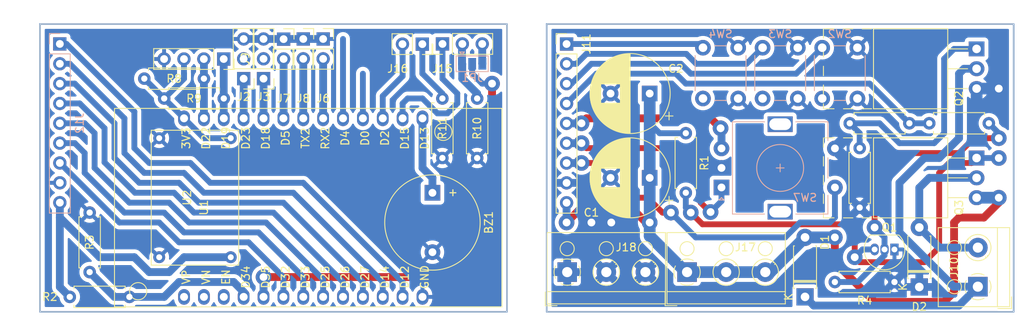
<source format=kicad_pcb>
(kicad_pcb (version 20221018) (generator pcbnew)
  (title_block (title "G4 Controller Board") (rev "1.0"))
  (layers (0 "F.Cu" signal) (31 "B.Cu" signal) (34 "B.Paste" user) (35 "F.Paste" user) (36 "B.SilkS" user "B.Silkscreen") (37 "F.SilkS" user "F.Silkscreen") (38 "B.Mask" user) (39 "F.Mask" user) (44 "Edge.Cuts" user))
  (net 0 "")
  (net 1 "/Buzzer")
  (net 2 "GND")
  (net 3 "/SOLENOID_A")
  (net 4 "/Preset A")
  (net 5 "/Preset B")
  (net 6 "/Preset C")
  (net 7 "/RevTrg")
  (net 8 "/FireTrg")
  (net 9 "/MagTrg")
  (net 10 "/Encoder Switch")
  (net 11 "/Encoder B")
  (net 12 "/Encoder A")
  (net 13 "/SDA{slash}SDI (Data)")
  (net 14 "/SCL{slash}SCK (Clock)")
  (net 15 "+3V3")
  (net 16 "/ESC Right")
  (net 17 "/ESC Left")
  (net 18 "/IR Emitter")
  (net 19 "+12V")
  (net 20 "/SOLENOID_B")
  (net 21 "/IR Reciever")
  (net 22 "/IR Rec. Supply")
  (net 23 "/Battery Reader")
  (net 24 "/High Side Driver")
  (net 25 "/Low Side Driver")
  (net 28 "Net-(Q1-D)")
  (net 32 "/Pusher Pin")
  (net 33 "Net-(J15-Pin_2)")
  (net 34 "Net-(J15-Pin_3)")
  (net 35 "Net-(J16-Pin_1)")
  (net 36 "/SolenoidTrig B")
  (net 37 "/SolenoidTrig A")
  (footprint "Resistor_THT:R_Axial_DIN0207_L6.3mm_D2.5mm_P7.62mm_Horizontal" (layer "F.Cu") (at 67.31 106.045 180)
    (fp_text reference "R2" (at 10.16 0) (layer "F.SilkS"))
    (fp_text value "150k Ohm")
    (pad "1" thru_hole circle (at 0 0 180) (size 1.6 1.6) (drill 0.8) (layers "*.Cu" "*.Mask") (net 23 "/Battery Reader"))
    (pad "2" thru_hole oval (at 7.62 0 180) (size 1.6 1.6) (drill 0.8) (layers "*.Cu" "*.Mask") (net 19 "+12V"))
  )
  (footprint "Capacitor_THT:CP_Radial_D10.0mm_P5.00mm" (layer "F.Cu") (at 133.812677 90.805 180)
    (fp_text reference "C1" (at 7.447677 -4.445) (layer "F.SilkS"))
    (fp_text value "470uF")
    (pad "1" thru_hole rect (at 0 0 180) (size 2 2) (drill 1) (layers "*.Cu" "*.Mask") (net 19 "+12V"))
    (pad "2" thru_hole circle (at 5 0 180) (size 2 2) (drill 1) (layers "*.Cu" "*.Mask") (net 2 "GND"))
  )
  (footprint "Package_TO_SOT_THT:TO-220-3_Horizontal_TabUp" (layer "F.Cu") (at 175.6 74.295 -90)
    (fp_text reference "Q2" (at 6.35 2.245 90) (layer "F.SilkS"))
    (fp_text value "Q_NMOS_GDS")
    (pad "1" thru_hole rect (at 0 0 270) (size 1.905 2) (drill 1.1) (layers "*.Cu" "*.Mask") (net 25 "/Low Side Driver"))
    (pad "2" thru_hole oval (at 2.54 0 270) (size 1.905 2) (drill 1.1) (layers "*.Cu" "*.Mask") (net 3 "/SOLENOID_A"))
    (pad "3" thru_hole oval (at 5.08 0 270) (size 1.905 2) (drill 1.1) (layers "*.Cu" "*.Mask") (net 2 "GND") (thermal_bridge_width 1.5))
  )
  (footprint "Package_TO_SOT_THT:TO-220-3_Horizontal_TabUp" (layer "F.Cu") (at 175.6 88.265 -90)
    (fp_text reference "Q3" (at 6.35 2.245 90) (layer "F.SilkS"))
    (fp_text value "Q_PMOS_GDS")
    (pad "1" thru_hole rect (at 0 0 270) (size 1.905 2) (drill 1.1) (layers "*.Cu" "*.Mask") (net 28 "Net-(Q1-D)"))
    (pad "2" thru_hole oval (at 2.54 0 270) (size 1.905 2) (drill 1.1) (layers "*.Cu" "*.Mask") (net 20 "/SOLENOID_B"))
    (pad "3" thru_hole oval (at 5.08 0 270) (size 1.905 2) (drill 1.1) (layers "*.Cu" "*.Mask") (net 19 "+12V"))
  )
  (footprint "Resistor_THT:R_Axial_DIN0207_L6.3mm_D2.5mm_P7.62mm_Horizontal" (layer "F.Cu") (at 177.165 83.82 180)
    (fp_text reference "R5" hide)
    (fp_text value "100R")
    (pad "1" thru_hole circle (at 0 0 180) (size 1.6 1.6) (drill 0.8) (layers "*.Cu" "*.Mask") (net 24 "/High Side Driver"))
    (pad "2" thru_hole oval (at 7.62 0 180) (size 1.6 1.6) (drill 0.8) (layers "*.Cu" "*.Mask") (net 32 "/Pusher Pin"))
  )
  (footprint "My_Library:Mini360" (layer "F.Cu") (at 75.692 93.345 90)
    (fp_text reference "U2" (at 0 -1.008 90 unlocked) (layer "F.SilkS"))
    (fp_text value "Mini360")
    (pad "1" thru_hole circle (at -7.62 -4.572 90) (size 1.524 1.524) (drill 0.762) (layers "*.Cu" "*.Mask") (net 2 "GND"))
    (pad "2" thru_hole circle (at -7.62 4.572 90) (size 1.524 1.524) (drill 0.762) (layers "*.Cu" "*.Mask") (net 19 "+12V"))
    (pad "3" thru_hole circle (at 7.62 -4.572 90) (size 1.524 1.524) (drill 0.762) (layers "*.Cu" "*.Mask") (net 2 "GND"))
    (pad "4" thru_hole circle (at 7.62 4.572 90) (size 1.524 1.524) (drill 0.762) (layers "*.Cu" "*.Mask") (net 15 "+3V3"))
  )
  (footprint "Resistor_THT:R_Axial_DIN0207_L6.3mm_D2.5mm_P7.62mm_Horizontal" (layer "F.Cu") (at 107.315 88.265 90)
    (fp_text reference "R11" (at 3.81 0 90) (layer "F.SilkS"))
    (fp_text value "90 Ohm")
    (pad "1" thru_hole circle (at 0 0 90) (size 1.6 1.6) (drill 0.8) (layers "*.Cu" "*.Mask") (net 2 "GND"))
    (pad "2" thru_hole oval (at 7.62 0 90) (size 1.6 1.6) (drill 0.8) (layers "*.Cu" "*.Mask") (net 35 "Net-(J16-Pin_1)"))
  )
  (footprint "Diode_THT:D_DO-41_SOD81_P7.62mm_Horizontal" (layer "F.Cu") (at 153.67 106.045 90)
    (fp_text reference "D1" (at 6.985 2.54 90) (layer "F.SilkS"))
    (fp_text value "DIODE")
    (fp_text user "K" (at 0 -2.1 90) (layer "F.SilkS"))
    (pad "1" thru_hole rect (at 0 0 90) (size 2.2 2.2) (drill 1.1) (layers "*.Cu" "*.Mask") (net 3 "/SOLENOID_A"))
    (pad "2" thru_hole oval (at 7.62 0 90) (size 2.2 2.2) (drill 1.1) (layers "*.Cu" "*.Mask") (net 19 "+12V"))
  )
  (footprint "Resistor_THT:R_Axial_DIN0207_L6.3mm_D2.5mm_P7.62mm_Horizontal" (layer "F.Cu") (at 62.23 95.25 -90)
    (fp_text reference "R3" (at 3.81 0 90) (layer "F.SilkS"))
    (fp_text value "10k Ohm")
    (pad "1" thru_hole circle (at 0 0 270) (size 1.6 1.6) (drill 0.8) (layers "*.Cu" "*.Mask") (net 2 "GND"))
    (pad "2" thru_hole oval (at 7.62 0 270) (size 1.6 1.6) (drill 0.8) (layers "*.Cu" "*.Mask") (net 23 "/Battery Reader"))
  )
  (footprint "Resistor_THT:R_Axial_DIN0207_L6.3mm_D2.5mm_P7.62mm_Horizontal" (layer "F.Cu") (at 111.76 88.265 90)
    (fp_text reference "R10" (at 3.81 0 90) (layer "F.SilkS"))
    (fp_text value "10K Ohm")
    (pad "1" thru_hole circle (at 0 0 90) (size 1.6 1.6) (drill 0.8) (layers "*.Cu" "*.Mask") (net 2 "GND"))
    (pad "2" thru_hole oval (at 7.62 0 90) (size 1.6 1.6) (drill 0.8) (layers "*.Cu" "*.Mask") (net 33 "Net-(J15-Pin_2)"))
  )
  (footprint "Resistor_THT:R_Axial_DIN0207_L6.3mm_D2.5mm_P7.62mm_Horizontal" (layer "F.Cu") (at 160.655 94.615 90)
    (fp_text reference "R6" hide)
    (fp_text value "10KR")
    (pad "1" thru_hole circle (at 0 0 90) (size 1.6 1.6) (drill 0.8) (layers "*.Cu" "*.Mask") (net 2 "GND") (thermal_bridge_width 1))
    (pad "2" thru_hole oval (at 7.62 0 90) (size 1.6 1.6) (drill 0.8) (layers "*.Cu" "*.Mask") (net 25 "/Low Side Driver"))
  )
  (footprint "Resistor_THT:R_Axial_DIN0207_L6.3mm_D2.5mm_P7.62mm_Horizontal" (layer "F.Cu") (at 138.43 85.09 -90)
    (fp_text reference "R1" (at 3.81 -2.37 90) (layer "F.SilkS"))
    (fp_text value "10KR")
    (pad "1" thru_hole circle (at 0 0 270) (size 1.6 1.6) (drill 0.8) (layers "*.Cu" "*.Mask") (net 19 "+12V"))
    (pad "2" thru_hole oval (at 7.62 0 270) (size 1.6 1.6) (drill 0.8) (layers "*.Cu" "*.Mask") (net 28 "Net-(Q1-D)"))
  )
  (footprint "Resistor_THT:R_Axial_DIN0207_L6.3mm_D2.5mm_P7.62mm_Horizontal" (layer "F.Cu") (at 71.755 80.645)
    (fp_text reference "R9" (at 3.81 0) (layer "F.SilkS"))
    (fp_text value "2.4k Ohm")
    (pad "1" thru_hole circle (at 0 0) (size 1.6 1.6) (drill 0.8) (layers "*.Cu" "*.Mask") (net 15 "+3V3"))
    (pad "2" thru_hole oval (at 7.62 0) (size 1.6 1.6) (drill 0.8) (layers "*.Cu" "*.Mask") (net 13 "/SDA{slash}SDI (Data)"))
  )
  (footprint "TerminalBlock_RND:TerminalBlock_RND_205-00002_1x03_P5.00mm_Horizontal" (layer "F.Cu") (at 138.59 102.87)
    (fp_text reference "J17" (at 7.46 -3.175) (layer "F.SilkS"))
    (fp_text value "Positive BUS")
    (pad "1" thru_hole rect (at 0 0) (size 2.5 2.5) (drill 1.3) (layers "*.Cu" "*.Mask") (net 19 "+12V"))
    (pad "2" thru_hole circle (at 5 0) (size 2.5 2.5) (drill 1.3) (layers "*.Cu" "*.Mask") (net 19 "+12V"))
    (pad "3" thru_hole circle (at 10 0) (size 2.5 2.5) (drill 1.3) (layers "*.Cu" "*.Mask") (net 19 "+12V"))
  )
  (footprint "Connector_PinHeader_2.54mm:PinHeader_1x03_P2.54mm_Vertical" (layer "F.Cu") (at 81.915 78.105 180)
    (fp_text reference "J2" (at 0 -2.33) (layer "F.SilkS"))
    (fp_text value "ESC Right")
    (pad "1" thru_hole rect (at 0 0 180) (size 1.7 1.7) (drill 1) (layers "*.Cu" "*.Mask") (net 16 "/ESC Right"))
    (pad "2" thru_hole oval (at 0 2.54 180) (size 1.7 1.7) (drill 1) (layers "*.Cu" "*.Mask"))
    (pad "3" thru_hole oval (at 0 5.08 180) (size 1.7 1.7) (drill 1) (layers "*.Cu" "*.Mask") (net 2 "GND"))
  )
  (footprint "TerminalBlock_RND:TerminalBlock_RND_205-00001_1x02_P5.00mm_Horizontal" (layer "F.Cu") (at 175.76 104.735 90)
    (fp_text reference "J10" (at 2.5 -3.04 90) (layer "F.SilkS"))
    (fp_text value "Solenoid")
    (pad "1" thru_hole rect (at 0 0 90) (size 2.5 2.5) (drill 1.3) (layers "*.Cu" "*.Mask") (net 3 "/SOLENOID_A"))
    (pad "2" thru_hole circle (at 5 0 90) (size 2.5 2.5) (drill 1.3) (layers "*.Cu" "*.Mask") (net 20 "/SOLENOID_B"))
  )
  (footprint "Connector_PinSocket_2.54mm:PinSocket_1x02_P2.54mm_Vertical" (layer "F.Cu") (at 104.755 73.685 -90)
    (fp_text reference "J16" (at 3.15 3.155 -180) (layer "F.SilkS"))
    (fp_text value "IR LED Emitter")
    (pad "1" thru_hole rect (at 0 0 270) (size 1.7 1.7) (drill 1) (layers "*.Cu" "*.Mask") (net 35 "Net-(J16-Pin_1)"))
    (pad "2" thru_hole oval (at 0 2.54 270) (size 1.7 1.7) (drill 1) (layers "*.Cu" "*.Mask") (net 18 "/IR Emitter"))
  )
  (footprint "Connector_PinHeader_2.54mm:PinHeader_1x09_P2.54mm_Vertical" (layer "F.Cu") (at 123.19 73.67)
    (fp_text reference "J11" (at 2.54 -0.01 90) (layer "F.SilkS"))
    (fp_text value "Inter-board Jumper")
    (pad "1" thru_hole rect (at 0 0) (size 1.7 1.7) (drill 1) (layers "*.Cu" "*.Mask") (net 6 "/Preset C"))
    (pad "2" thru_hole oval (at 0 2.54) (size 1.7 1.7) (drill 1) (layers "*.Cu" "*.Mask") (net 5 "/Preset B"))
    (pad "3" thru_hole oval (at 0 5.08) (size 1.7 1.7) (drill 1) (layers "*.Cu" "*.Mask") (net 4 "/Preset A"))
    (pad "4" thru_hole oval (at 0 7.62) (size 1.7 1.7) (drill 1) (layers "*.Cu" "*.Mask") (net 32 "/Pusher Pin"))
    (pad "5" thru_hole oval (at 0 10.16) (size 1.7 1.7) (drill 1) (layers "*.Cu" "*.Mask") (net 11 "/Encoder B"))
    (pad "6" thru_hole oval (at 0 12.7) (size 1.7 1.7) (drill 1) (layers "*.Cu" "*.Mask") (net 12 "/Encoder A"))
    (pad "7" thru_hole oval (at 0 15.24) (size 1.7 1.7) (drill 1) (layers "*.Cu" "*.Mask") (net 10 "/Encoder Switch"))
    (pad "8" thru_hole oval (at 0 17.78) (size 1.7 1.7) (drill 1) (layers "*.Cu" "*.Mask") (net 2 "GND") (thermal_bridge_width 1))
    (pad "9" thru_hole oval (at 0 20.32) (size 1.7 1.7) (drill 1) (layers "*.Cu" "*.Mask") (net 19 "+12V"))
  )
  (footprint "Package_TO_SOT_THT:TO-92_Inline" (layer "F.Cu") (at 165.1 99.97 180)
    (fp_text reference "Q1" (at 0.635 2.815) (layer "F.SilkS"))
    (fp_text value "2N7000")
    (pad "1" thru_hole rect (at 0 0 180) (size 1.05 1.5) (drill 0.75) (layers "*.Cu" "*.Mask") (net 2 "GND"))
    (pad "2" thru_hole oval (at 1.27 0 180) (size 1.05 1.5) (drill 0.75) (layers "*.Cu" "*.Mask") (net 24 "/High Side Driver"))
    (pad "3" thru_hole oval (at 2.54 0 180) (size 1.05 1.5) (drill 0.75) (layers "*.Cu" "*.Mask") (net 28 "Net-(Q1-D)"))
  )
  (footprint "Connector_PinSocket_2.54mm:PinSocket_1x02_P2.54mm_Vertical" (layer "F.Cu") (at 89.535 73.025)
    (fp_text reference "J8" (at 0 7.62) (layer "F.SilkS"))
    (fp_text value "Magazine Removal Trigger")
    (pad "1" thru_hole rect (at 0 0) (size 1.7 1.7) (drill 1) (layers "*.Cu" "*.Mask") (net 2 "GND"))
    (pad "2" thru_hole oval (at 0 2.54) (size 1.7 1.7) (drill 1) (layers "*.Cu" "*.Mask") (net 9 "/MagTrg"))
  )
  (footprint "Capacitor_THT:CP_Radial_D10.0mm_P5.00mm" (layer "F.Cu") (at 133.812677 80.01 180)
    (fp_text reference "C2" (at -3.347323 3.175) (layer "F.SilkS"))
    (fp_text value "470uF")
    (pad "1" thru_hole rect (at 0 0 180) (size 2 2) (drill 1) (layers "*.Cu" "*.Mask") (net 19 "+12V"))
    (pad "2" thru_hole circle (at 5 0 180) (size 2 2) (drill 1) (layers "*.Cu" "*.Mask") (net 2 "GND"))
  )
  (footprint "Connector_PinSocket_2.54mm:PinSocket_1x02_P2.54mm_Vertical" (layer "F.Cu") (at 92.075 73.025)
    (fp_text reference "J6" (at 0 7.62) (layer "F.SilkS"))
    (fp_text value "Rev Trigger (Optional)")
    (pad "1" thru_hole rect (at 0 0) (size 1.7 1.7) (drill 1) (layers "*.Cu" "*.Mask") (net 2 "GND"))
    (pad "2" thru_hole oval (at 0 2.54) (size 1.7 1.7) (drill 1) (layers "*.Cu" "*.Mask") (net 7 "/RevTrg"))
  )
  (footprint "TerminalBlock_RND:TerminalBlock_RND_205-00002_1x03_P5.00mm_Horizontal" (layer "F.Cu") (at 123.27 102.87)
    (fp_text reference "J18" (at 7.54 -3.175) (layer "F.SilkS"))
    (fp_text value "Negative BUS")
    (pad "1" thru_hole rect (at 0 0) (size 2.5 2.5) (drill 1.3) (layers "*.Cu" "*.Mask") (net 2 "GND") (thermal_bridge_width 1))
    (pad "2" thru_hole circle (at 5 0) (size 2.5 2.5) (drill 1.3) (layers "*.Cu" "*.Mask") (net 2 "GND") (thermal_bridge_width 1))
    (pad "3" thru_hole circle (at 10 0) (size 2.5 2.5) (drill 1.3) (layers "*.Cu" "*.Mask") (net 2 "GND") (thermal_bridge_width 1))
  )
  (footprint "Diode_THT:D_DO-41_SOD81_P7.62mm_Horizontal" (layer "F.Cu") (at 168.275 104.775 90)
    (fp_text reference "D2" (at -2.54 0 180) (layer "F.SilkS"))
    (fp_text value "DIODE")
    (fp_text user "K" (at 0 -2.1 90) (layer "F.SilkS"))
    (pad "1" thru_hole rect (at 0 0 90) (size 2.2 2.2) (drill 1.1) (layers "*.Cu" "*.Mask") (net 2 "GND") (thermal_bridge_width 1))
    (pad "2" thru_hole oval (at 7.62 0 90) (size 2.2 2.2) (drill 1.1) (layers "*.Cu" "*.Mask") (net 20 "/SOLENOID_B"))
  )
  (footprint "Resistor_THT:R_Axial_DIN0207_L6.3mm_D2.5mm_P7.62mm_Horizontal" (layer "F.Cu") (at 159.385 83.82)
    (fp_text reference "R7" hide)
    (fp_text value "100R")
    (pad "1" thru_hole circle (at 0 0) (size 1.6 1.6) (drill 0.8) (layers "*.Cu" "*.Mask") (net 25 "/Low Side Driver"))
    (pad "2" thru_hole oval (at 7.62 0) (size 1.6 1.6) (drill 0.8) (layers "*.Cu" "*.Mask") (net 32 "/Pusher Pin"))
  )
  (footprint "Buzzer_Beeper:Buzzer_12x9.5RM7.6" (layer "F.Cu") (at 106.045 92.72 -90)
    (fp_text reference "BZ1" (at 3.8 -7.2 90) (layer "F.SilkS"))
    (fp_text value "Buzzer")
    (fp_text user "+" (at -0.01 -2.54 90) (layer "F.SilkS"))
    (pad "1" thru_hole rect (at 0 0 270) (size 2 2) (drill 1) (layers "*.Cu" "*.Mask") (net 1 "/Buzzer"))
    (pad "2" thru_hole circle (at 7.6 0 270) (size 2 2) (drill 1) (layers "*.Cu" "*.Mask") (net 2 "GND"))
  )
  (footprint "Connector_PinSocket_2.54mm:PinSocket_1x02_P2.54mm_Vertical" (layer "F.Cu") (at 87.02 73.045)
    (fp_text reference "J7" (at 0 7.6) (layer "F.SilkS"))
    (fp_text value "Fire Trigger")
    (pad "1" thru_hole rect (at 0 0) (size 1.7 1.7) (drill 1) (layers "*.Cu" "*.Mask") (net 2 "GND"))
    (pad "2" thru_hole oval (at 0 2.54) (size 1.7 1.7) (drill 1) (layers "*.Cu" "*.Mask") (net 8 "/FireTrg"))
  )
  (footprint "Connector_PinHeader_2.54mm:PinHeader_1x03_P2.54mm_Vertical" (layer "F.Cu") (at 84.455 78.105 180)
    (fp_text reference "J3" (at 0 -2.33) (layer "F.SilkS"))
    (fp_text value "ESC Left")
    (pad "1" thru_hole rect (at 0 0 180) (size 1.7 1.7) (drill 1) (layers "*.Cu" "*.Mask") (net 17 "/ESC Left"))
    (pad "2" thru_hole oval (at 0 2.54 180) (size 1.7 1.7) (drill 1) (layers "*.Cu" "*.Mask"))
    (pad "3" thru_hole oval (at 0 5.08 180) (size 1.7 1.7) (drill 1) (layers "*.Cu" "*.Mask") (net 2 "GND"))
  )
  (footprint "Connector_PinHeader_2.54mm:PinHeader_1x03_P2.54mm_Vertical" (layer "F.Cu") (at 107.33 73.66 90)
    (fp_text reference "J15" (at -3.175 -0.015 180) (layer "F.SilkS"))
    (fp_text value "IR LED Rec.")
    (pad "1" thru_hole rect (at 0 0 90) (size 1.7 1.7) (drill 1) (layers "*.Cu" "*.Mask") (net 22 "/IR Rec. Supply"))
    (pad "2" thru_hole oval (at 0 2.54 90) (size 1.7 1.7) (drill 1) (layers "*.Cu" "*.Mask") (net 33 "Net-(J15-Pin_2)"))
    (pad "3" thru_hole oval (at 0 5.08 90) (size 1.7 1.7) (drill 1) (layers "*.Cu" "*.Mask") (net 34 "Net-(J15-Pin_3)"))
  )
  (footprint "Resistor_THT:R_Axial_DIN0207_L6.3mm_D2.5mm_P7.62mm_Horizontal" (layer "F.Cu") (at 69.215 78.105)
    (fp_text reference "R8" (at 3.81 0) (layer "F.SilkS"))
    (fp_text value "2.4k Ohm")
    (pad "1" thru_hole circle (at 0 0) (size 1.6 1.6) (drill 0.8) (layers "*.Cu" "*.Mask") (net 15 "+3V3"))
    (pad "2" thru_hole oval (at 7.62 0) (size 1.6 1.6) (drill 0.8) (layers "*.Cu" "*.Mask") (net 14 "/SCL{slash}SCK (Clock)"))
  )
  (footprint "Resistor_THT:R_Axial_DIN0207_L6.3mm_D2.5mm_P7.62mm_Horizontal" (layer "F.Cu") (at 165.1 104.14 180)
    (fp_text reference "R4" (at 3.81 -2.37) (layer "F.SilkS"))
    (fp_text value "10KR")
    (pad "1" thru_hole circle (at 0 0 180) (size 1.6 1.6) (drill 0.8) (layers "*.Cu" "*.Mask") (net 2 "GND") (thermal_bridge_width 1))
    (pad "2" thru_hole oval (at 7.62 0 180) (size 1.6 1.6) (drill 0.8) (layers "*.Cu" "*.Mask") (net 24 "/High Side Driver"))
  )
  (footprint "Connector_PinSocket_2.54mm:PinSocket_1x04_P2.54mm_Vertical" (layer "F.Cu") (at 79.365 75.59 -90)
    (fp_text reference "J9" (at 0 -2.77 90) (layer "F.SilkS"))
    (fp_text value "I2C Out")
    (pad "1" thru_hole rect (at 0 0 270) (size 1.7 1.7) (drill 1) (layers "*.Cu" "*.Mask") (net 13 "/SDA{slash}SDI (Data)"))
    (pad "2" thru_hole oval (at 0 2.54 270) (size 1.7 1.7) (drill 1) (layers "*.Cu" "*.Mask") (net 14 "/SCL{slash}SCK (Clock)"))
    (pad "3" thru_hole oval (at 0 5.08 270) (size 1.7 1.7) (drill 1) (layers "*.Cu" "*.Mask") (net 15 "+3V3"))
    (pad "4" thru_hole oval (at 0 7.62 270) (size 1.7 1.7) (drill 1) (layers "*.Cu" "*.Mask") (net 2 "GND"))
  )
  (footprint "Espressif:ESP32-LOLIN32-Lite" (layer "F.Cu") (at 89.535 94.615 90)
    (fp_text reference "U1" (at 0 -12.7 90 unlocked) (layer "F.SilkS"))
    (fp_text value "ESP32-LOLIN32-Lite")
    (fp_text user "D15" (at 8.89 12.975 90 unlocked) (layer "F.SilkS"))
    (fp_text user "D14" (at -8.89 10.435 90 unlocked) (layer "F.SilkS"))
    (fp_text user "3V3" (at 8.89 -14.965 90 unlocked) (layer "F.SilkS"))
    (fp_text user "D18" (at 8.89 -4.805 90 unlocked) (layer "F.SilkS"))
    (fp_text user "D2" (at 8.89 10.435 90 unlocked) (layer "F.SilkS"))
    (fp_text user "D5" (at 8.89 -2.265 90 unlocked) (layer "F.SilkS"))
    (fp_text user "D33" (at -8.89 0.275 90 unlocked) (layer "F.SilkS"))
    (fp_text user "VP" (at -8.89 -14.965 90 unlocked) (layer "F.SilkS"))
    (fp_text user "D25" (at -8.89 2.815 90 unlocked) (layer "F.SilkS"))
    (fp_text user "EN" (at -8.89 -9.885 90 unlocked) (layer "F.SilkS"))
    (fp_text user "GND" (at -8.89 15.515 90 unlocked) (layer "F.SilkS"))
    (fp_text user "D26" (at -8.89 5.355 90 unlocked) (layer "F.SilkS"))
    (fp_text user "D19" (at 8.89 -9.885 90 unlocked) (layer "F.SilkS"))
    (fp_text user "D27" (at -8.89 7.895 90 unlocked) (layer "F.SilkS"))
    (fp_text user "D4" (at 8.89 5.355 90 unlocked) (layer "F.SilkS"))
    (fp_text user "D32" (at -8.89 -2.265 90 unlocked) (layer "F.SilkS"))
    (fp_text user "D34" (at -8.89 -7.345 90 unlocked) (layer "F.SilkS"))
    (fp_text user "D23" (at 8.89 -7.345 90 unlocked) (layer "F.SilkS"))
    (fp_text user "VN" (at -8.89 -12.425 90 unlocked) (layer "F.SilkS"))
    (fp_text user "D22" (at 8.89 -12.425 90 unlocked) (layer "F.SilkS"))
    (fp_text user "RX2" (at 8.89 2.815 90 unlocked) (layer "F.SilkS"))
    (fp_text user "D35" (at -8.89 -4.805 90 unlocked) (layer "F.SilkS"))
    (fp_text user "D12" (at -8.89 12.975 90 unlocked) (layer "F.SilkS"))
    (fp_text user "TX2" (at 8.89 0.275 90 unlocked) (layer "F.SilkS"))
    (fp_text user "D13" (at 8.89 15.515 90 unlocked) (layer "F.SilkS"))
    (fp_text user "D0" (at 8.89 7.895 90 unlocked) (layer "F.SilkS"))
    (pad "5" thru_hole oval (at -11.43 -15.24 90) (size 2 1.5) (drill 1.02) (layers "*.Cu" "*.Mask"))
    (pad "8" thru_hole oval (at -11.43 -12.7 90) (size 2 1.5) (drill 1.02) (layers "*.Cu" "*.Mask"))
    (pad "9" thru_hole oval (at -11.43 -10.16 90) (size 2 1.5) (drill 1.02) (layers "*.Cu" "*.Mask"))
    (pad "10" thru_hole oval (at -11.43 -7.62 90) (size 2 1.5) (drill 1.02) (layers "*.Cu" "*.Mask") (net 23 "/Battery Reader"))
    (pad "11" thru_hole oval (at -11.43 -5.08 90) (size 2 1.5) (drill 1.02) (layers "*.Cu" "*.Mask") (net 21 "/IR Reciever"))
    (pad "12" thru_hole oval (at -11.43 -2.54 90) (size 2 1.5) (drill 1.02) (layers "*.Cu" "*.Mask") (net 10 "/Encoder Switch"))
    (pad "13" thru_hole oval (at -11.43 0 90) (size 2 1.5) (drill 1.02) (layers "*.Cu" "*.Mask") (net 12 "/Encoder A"))
    (pad "14" thru_hole oval (at -11.43 2.54 90) (size 2 1.5) (drill 1.02) (layers "*.Cu" "*.Mask") (net 11 "/Encoder B"))
    (pad "15" thru_hole oval (at -11.43 5.08 90) (size 2 1.5) (drill 1.02) (layers "*.Cu" "*.Mask") (net 32 "/Pusher Pin"))
    (pad "16" thru_hole oval (at -11.43 7.62 90) (size 2 1.5) (drill 1.02) (layers "*.Cu" "*.Mask") (net 4 "/Preset A"))
    (pad "17" thru_hole oval (at -11.43 10.16 90) (size 2 1.5) (drill 1.02) (layers "*.Cu" "*.Mask") (net 5 "/Preset B"))
    (pad "18" thru_hole oval (at -11.43 12.7 90) (size 2 1.5) (drill 1.02) (layers "*.Cu" "*.Mask") (net 6 "/Preset C"))
    (pad "19" thru_hole oval (at -11.43 15.24 90) (size 2 1.5) (drill 1.02) (layers "*.Cu" "*.Mask") (net 2 "GND"))
    (pad "20" thru_hole oval (at 11.43 15.24 90) (size 2 1.5) (drill 1.02) (layers "*.Cu" "*.Mask") (net 1 "/Buzzer"))
    (pad "21" thru_hole oval (at 11.43 12.7 90) (size 2 1.5) (drill 1.02) (layers "*.Cu" "*.Mask") (net 22 "/IR Rec. Supply"))
    (pad "22" thru_hole oval (at 11.43 10.16 90) (size 2 1.5) (drill 1.02) (layers "*.Cu" "*.Mask") (net 18 "/IR Emitter"))
    (pad "23" thru_hole oval (at 11.43 7.62 90) (size 2 1.5) (drill 1.02) (layers "*.Cu" "*.Mask") (net 36 "/SolenoidTrig B"))
    (pad "24" thru_hole oval (at 11.43 5.08 90) (size 2 1.5) (drill 1.02) (layers "*.Cu" "*.Mask") (net 37 "/SolenoidTrig A"))
    (pad "25" thru_hole oval (at 11.43 2.54 90) (size 2 1.5) (drill 1.02) (layers "*.Cu" "*.Mask") (net 7 "/RevTrg"))
    (pad "27" thru_hole oval (at 11.43 0 90) (size 2 1.5) (drill 1.02) (layers "*.Cu" "*.Mask") (net 9 "/MagTrg"))
    (pad "34" thru_hole oval (at 11.43 -2.54 90) (size 2 1.5) (drill 1.02) (layers "*.Cu" "*.Mask") (net 8 "/FireTrg"))
    (pad "35" thru_hole oval (at 11.43 -5.08 90) (size 2 1.5) (drill 1.02) (layers "*.Cu" "*.Mask") (net 17 "/ESC Left"))
    (pad "36" thru_hole oval (at 11.43 -7.62 90) (size 2 1.5) (drill 1.02) (layers "*.Cu" "*.Mask") (net 16 "/ESC Right"))
    (pad "38" thru_hole oval (at 11.43 -10.16 90) (size 2 1.5) (drill 1.02) (layers "*.Cu" "*.Mask") (net 13 "/SDA{slash}SDI (Data)"))
    (pad "39" thru_hole oval (at 11.43 -12.7 90) (size 2 1.5) (drill 1.02) (layers "*.Cu" "*.Mask") (net 14 "/SCL{slash}SCK (Clock)"))
    (pad "40" thru_hole oval (at 11.43 -15.24 90) (size 2 1.5) (drill 1.02) (layers "*.Cu" "*.Mask") (net 15 "+3V3"))
  )
  (footprint "Button_Switch_THT:SW_PUSH_6mm_H13mm" (layer "B.Cu") (at 155.865 74.145 -90)
    (fp_text reference "SW2" (at -1.755 -2.25 -180) (layer "B.SilkS") (effects (justify mirror)))
    (fp_text value "Preset A")
    (pad "1" thru_hole circle (at 0 0 180) (size 2 2) (drill 1.1) (layers "*.Cu" "*.Mask") (net 4 "/Preset A"))
    (pad "1" thru_hole circle (at 6.5 0 180) (size 2 2) (drill 1.1) (layers "*.Cu" "*.Mask") (net 4 "/Preset A"))
    (pad "2" thru_hole circle (at 0 -4.5 180) (size 2 2) (drill 1.1) (layers "*.Cu" "*.Mask") (net 2 "GND"))
    (pad "2" thru_hole circle (at 6.5 -4.5 180) (size 2 2) (drill 1.1) (layers "*.Cu" "*.Mask") (net 2 "GND"))
  )
  (footprint "Button_Switch_THT:SW_PUSH_6mm_H13mm" (layer "B.Cu") (at 140.625 74.145 -90)
    (fp_text reference "SW4" (at -1.755 -2.25 -180) (layer "B.SilkS") (effects (justify mirror)))
    (fp_text value "Preset C")
    (pad "1" thru_hole circle (at 0 0 180) (size 2 2) (drill 1.1) (layers "*.Cu" "*.Mask") (net 6 "/Preset C"))
    (pad "1" thru_hole circle (at 6.5 0 180) (size 2 2) (drill 1.1) (layers "*.Cu" "*.Mask") (net 6 "/Preset C"))
    (pad "2" thru_hole circle (at 0 -4.5 180) (size 2 2) (drill 1.1) (layers "*.Cu" "*.Mask") (net 2 "GND"))
    (pad "2" thru_hole circle (at 6.5 -4.5 180) (size 2 2) (drill 1.1) (layers "*.Cu" "*.Mask") (net 2 "GND"))
  )
  (footprint "Rotary_Encoder:RotaryEncoder_Alps_EC11E-Switch_Vertical_H20mm" (layer "B.Cu") (at 142.989975 92.035)
    (fp_text reference "SW7" (at 10.680025 1.31) (layer "B.SilkS") (effects (justify mirror)))
    (fp_text value "RotaryEncoder_Switch")
    (pad "A" thru_hole rect (at 0 0) (size 2 2) (drill 1) (layers "*.Cu" "*.Mask") (net 12 "/Encoder A"))
    (pad "B" thru_hole circle (at 0 -5) (size 2 2) (drill 1) (layers "*.Cu" "*.Mask") (net 11 "/Encoder B"))
    (pad "C" thru_hole circle (at 0 -2.5) (size 2 2) (drill 1) (layers "*.Cu" "*.Mask") (net 2 "GND") (thermal_bridge_width 1) (thermal_gap 0.25))
    (pad "MP" thru_hole rect (at 7.5 -8.1) (size 3.2 2) (drill oval 2.8 1.5) (layers "*.Cu" "*.Mask"))
    (pad "MP" thru_hole rect (at 7.5 3.1) (size 3.2 2) (drill oval 2.8 1.5) (layers "*.Cu" "*.Mask"))
    (pad "S1" thru_hole circle (at 14.5 -5) (size 2 2) (drill 1) (layers "*.Cu" "*.Mask") (net 2 "GND") (thermal_bridge_width 1.5))
    (pad "S2" thru_hole circle (at 14.5 0) (size 2 2) (drill 1) (layers "*.Cu" "*.Mask") (net 10 "/Encoder Switch"))
  )
  (footprint "Connector_PinSocket_2.54mm:PinSocket_1x09_P2.54mm_Vertical" (layer "B.Cu") (at 58.42 73.66 180)
    (fp_text reference "J12" (at -2.54 -10.16 270) (layer "B.SilkS") (effects (justify mirror)))
    (fp_text value "Inter-board Jumper")
    (pad "1" thru_hole rect (at 0 0 180) (size 1.7 1.7) (drill 1) (layers "*.Cu" "*.Mask") (net 6 "/Preset C"))
    (pad "2" thru_hole oval (at 0 -2.54 180) (size 1.7 1.7) (drill 1) (layers "*.Cu" "*.Mask") (net 5 "/Preset B"))
    (pad "3" thru_hole oval (at 0 -5.08 180) (size 1.7 1.7) (drill 1) (layers "*.Cu" "*.Mask") (net 4 "/Preset A"))
    (pad "4" thru_hole oval (at 0 -7.62 180) (size 1.7 1.7) (drill 1) (layers "*.Cu" "*.Mask") (net 32 "/Pusher Pin"))
    (pad "5" thru_hole oval (at 0 -10.16 180) (size 1.7 1.7) (drill 1) (layers "*.Cu" "*.Mask") (net 11 "/Encoder B"))
    (pad "6" thru_hole oval (at 0 -12.7 180) (size 1.7 1.7) (drill 1) (layers "*.Cu" "*.Mask") (net 12 "/Encoder A"))
    (pad "7" thru_hole oval (at 0 -15.24 180) (size 1.7 1.7) (drill 1) (layers "*.Cu" "*.Mask") (net 10 "/Encoder Switch"))
    (pad "8" thru_hole oval (at 0 -17.78 180) (size 1.7 1.7) (drill 1) (layers "*.Cu" "*.Mask") (net 2 "GND"))
    (pad "9" thru_hole oval (at 0 -20.32 180) (size 1.7 1.7) (drill 1) (layers "*.Cu" "*.Mask") (net 19 "+12V"))
  )
  (footprint "Button_Switch_THT:SW_PUSH_6mm_H13mm" (layer "B.Cu") (at 148.245 74.145 -90)
    (fp_text reference "SW3" (at -1.755 -2.25 -180) (layer "B.SilkS") (effects (justify mirror)))
    (fp_text value "Preset B")
    (pad "1" thru_hole circle (at 0 0 180) (size 2 2) (drill 1.1) (layers "*.Cu" "*.Mask") (net 5 "/Preset B"))
    (pad "1" thru_hole circle (at 6.5 0 180) (size 2 2) (drill 1.1) (layers "*.Cu" "*.Mask") (net 5 "/Preset B"))
    (pad "2" thru_hole circle (at 0 -4.5 180) (size 2 2) (drill 1.1) (layers "*.Cu" "*.Mask") (net 2 "GND"))
    (pad "2" thru_hole circle (at 6.5 -4.5 180) (size 2 2) (drill 1.1) (layers "*.Cu" "*.Mask") (net 2 "GND"))
  )
  (footprint "Jumper:SolderJumper-3_P1.3mm_Open_Pad1.0x1.5mm" (layer "B.Cu") (at 111.125 76.2)
    (fp_text reference "JP1" (at 0 1.8) (layer "B.SilkS") (effects (justify mirror)))
    (fp_text value "Jumper_3_Bridged12")
    (pad "1" smd rect (at -1.3 0) (size 1 1.5) (layers "B.Cu" "B.Mask") (net 33 "Net-(J15-Pin_2)"))
    (pad "2" smd rect (at 0 0) (size 1 1.5) (layers "B.Cu" "B.Mask") (net 21 "/IR Reciever"))
    (pad "3" smd rect (at 1.3 0) (size 1 1.5) (layers "B.Cu" "B.Mask") (net 34 "Net-(J15-Pin_3)"))
  )
  (gr_rect (start 55.88 71.12) (end 115.57 107.95) (stroke (width 0.2)) (fill none) (layer "B.Cu"))
  (gr_rect (start 120.65 71.12) (end 180.34 107.95) (stroke (width 0.2)) (fill none) (layer "B.Cu"))
  (gr_rect (start 55.88 71.12) (end 115.57 107.95) (stroke (width 0.1)) (fill none) (layer "Edge.Cuts"))
  (gr_rect (start 120.65 71.12) (end 180.34 107.95) (stroke (width 0.1)) (fill none) (layer "Edge.Cuts"))
  (segment (start 149.86 84.455) (end 150.495 83.82) (width 0.75) (layer "B.Cu") (net 0))
  (segment (start 106.045 90.805) (end 104.775 89.535) (width 1) (layer "B.Cu") (net 1))
  (segment (start 106.045 92.72) (end 106.045 90.805) (width 1) (layer "B.Cu") (net 1))
  (segment (start 104.775 89.535) (end 104.775 83.185) (width 1) (layer "B.Cu") (net 1))
  (via (at 128.905 96.52) (size 2) (drill 1) (layers "F.Cu" "B.Cu") (net 2))
  (via (at 126.365 96.52) (size 2) (drill 1) (layers "F.Cu" "B.Cu") (net 2))
  (via (at 178.435 79.375) (size 2) (drill 1) (layers "F.Cu" "B.Cu") (net 2))
  (segment (start 81.915 73.025) (end 92.075 73.025) (width 1) (layer "B.Cu") (net 2))
  (segment (start 175.6 79.375) (end 178.435 79.375) (width 1) (layer "B.Cu") (net 2))
  (segment (start 153.67 106.045) (end 154.775 107.15) (width 1) (layer "B.Cu") (net 3))
  (segment (start 175.6 76.835) (end 173.99 76.835) (width 1) (layer "B.Cu") (net 3))
  (segment (start 154.775 107.15) (end 173.345 107.15) (width 1) (layer "B.Cu") (net 3))
  (segment (start 168.91 88.265) (end 165.735 91.44) (width 1) (layer "B.Cu") (net 3))
  (segment (start 173.355 77.47) (end 173.355 85.725) (width 1) (layer "B.Cu") (net 3))
  (segment (start 170.815 88.265) (end 168.91 88.265) (width 1) (layer "B.Cu") (net 3))
  (segment (start 173.99 76.835) (end 173.355 77.47) (width 1) (layer "B.Cu") (net 3))
  (segment (start 173.345 107.15) (end 175.76 104.735) (width 1) (layer "B.Cu") (net 3))
  (segment (start 172.68 104.735) (end 175.76 104.735) (width 1) (layer "B.Cu") (net 3))
  (segment (start 173.355 85.725) (end 170.815 88.265) (width 1) (layer "B.Cu") (net 3))
  (segment (start 165.735 91.44) (end 165.735 97.79) (width 1) (layer "B.Cu") (net 3))
  (segment (start 165.735 97.79) (end 172.68 104.735) (width 1) (layer "B.Cu") (net 3))
  (segment (start 68.58 91.44) (end 73.66 91.44) (width 0.75) (layer "B.Cu") (net 4))
  (segment (start 60.325 78.74) (end 65.405 83.82) (width 0.75) (layer "B.Cu") (net 4))
  (segment (start 86.995 93.98) (end 97.155 104.14) (width 0.75) (layer "B.Cu") (net 4))
  (segment (start 97.155 104.14) (end 97.155 106.045) (width 0.75) (layer "B.Cu") (net 4))
  (segment (start 126.365 76.2) (end 137.795 76.2) (width 0.75) (layer "B.Cu") (net 4))
  (segment (start 137.795 76.2) (end 139.065 77.47) (width 0.75) (layer "B.Cu") (net 4))
  (segment (start 76.2 93.98) (end 86.995 93.98) (width 0.75) (layer "B.Cu") (net 4))
  (segment (start 123.815 78.75) (end 126.365 76.2) (width 0.75) (layer "B.Cu") (net 4))
  (segment (start 65.405 88.265) (end 68.58 91.44) (width 0.75) (layer "B.Cu") (net 4))
  (segment (start 58.42 78.74) (end 60.325 78.74) (width 0.75) (layer "B.Cu") (net 4))
  (segment (start 73.66 91.44) (end 76.2 93.98) (width 0.75) (layer "B.Cu") (net 4))
  (segment (start 123.19 78.75) (end 123.815 78.75) (width 0.75) (layer "B.Cu") (net 4))
  (segment (start 139.065 77.47) (end 152.54 77.47) (width 0.75) (layer "B.Cu") (net 4))
  (segment (start 152.54 77.47) (end 155.865 74.145) (width 0.75) (layer "B.Cu") (net 4))
  (segment (start 65.405 83.82) (end 65.405 88.265) (width 0.75) (layer "B.Cu") (net 4))
  (segment (start 99.06 103.505) (end 99.695 104.14) (width 0.75) (layer "B.Cu") (net 5))
  (segment (start 146.19 76.2) (end 148.245 74.145) (width 0.75) (layer "B.Cu") (net 5))
  (segment (start 74.295 90.17) (end 76.835 92.71) (width 0.75) (layer "B.Cu") (net 5))
  (segment (start 66.675 83.185) (end 66.675 87.63) (width 0.75) (layer "B.Cu") (net 5))
  (segment (start 69.215 90.17) (end 74.295 90.17) (width 0.75) (layer "B.Cu") (net 5))
  (segment (start 59.69 76.2) (end 66.675 83.185) (width 0.75) (layer "B.Cu") (net 5))
  (segment (start 124.45 76.21) (end 125.73 74.93) (width 0.75) (layer "B.Cu") (net 5))
  (segment (start 123.19 76.21) (end 124.45 76.21) (width 0.75) (layer "B.Cu") (net 5))
  (segment (start 138.488807 74.93) (end 139.758807 76.2) (width 0.75) (layer "B.Cu") (net 5))
  (segment (start 88.265 92.71) (end 99.06 103.505) (width 0.75) (layer "B.Cu") (net 5))
  (segment (start 66.675 87.63) (end 69.215 90.17) (width 0.75) (layer "B.Cu") (net 5))
  (segment (start 125.73 74.93) (end 138.488807 74.93) (width 0.75) (layer "B.Cu") (net 5))
  (segment (start 58.42 76.2) (end 59.69 76.2) (width 0.75) (layer "B.Cu") (net 5))
  (segment (start 139.758807 76.2) (end 146.19 76.2) (width 0.75) (layer "B.Cu") (net 5))
  (segment (start 76.835 92.71) (end 88.265 92.71) (width 0.75) (layer "B.Cu") (net 5))
  (segment (start 99.695 104.14) (end 99.695 106.045) (width 0.75) (layer "B.Cu") (net 5))
  (segment (start 140.15 73.67) (end 140.625 74.145) (width 0.75) (layer "B.Cu") (net 6))
  (segment (start 67.945 86.995) (end 69.85 88.9) (width 0.75) (layer "B.Cu") (net 6))
  (segment (start 123.19 73.67) (end 140.15 73.67) (width 0.75) (layer "B.Cu") (net 6))
  (segment (start 69.85 88.9) (end 75.107126 88.9) (width 0.75) (layer "B.Cu") (net 6))
  (segment (start 58.42 73.66) (end 59.27 73.66) (width 0.75) (layer "B.Cu") (net 6))
  (segment (start 102.235 104.14) (end 102.235 106.045) (width 0.75) (layer "B.Cu") (net 6))
  (segment (start 77.647126 91.44) (end 89.535 91.44) (width 0.75) (layer "B.Cu") (net 6))
  (segment (start 59.27 73.66) (end 67.945 82.335) (width 0.75) (layer "B.Cu") (net 6))
  (segment (start 89.535 91.44) (end 102.235 104.14) (width 0.75) (layer "B.Cu") (net 6))
  (segment (start 67.945 82.335) (end 67.945 86.995) (width 0.75) (layer "B.Cu") (net 6))
  (segment (start 75.107126 88.9) (end 77.647126 91.44) (width 0.75) (layer "B.Cu") (net 6))
  (segment (start 92.075 75.565) (end 92.075 83.185) (width 1) (layer "B.Cu") (net 7))
  (segment (start 87.02 83.16) (end 86.995 83.185) (width 1) (layer "B.Cu") (net 8))
  (segment (start 87.02 75.585) (end 87.02 83.16) (width 1) (layer "B.Cu") (net 8))
  (segment (start 89.535 83.185) (end 89.535 75.565) (width 1) (layer "B.Cu") (net 9))
  (segment (start 133.539503 93.345) (end 132.08 93.345) (width 0.75) (layer "F.Cu") (net 10))
  (segment (start 130.81 88.9) (end 125.095 88.9) (width 0.75) (layer "F.Cu") (net 10))
  (segment (start 136.525 95.25) (end 135.444503 95.25) (width 0.75) (layer "F.Cu") (net 10))
  (segment (start 132.08 93.345) (end 131.445 92.71) (width 0.75) (layer "F.Cu") (net 10))
  (segment (start 135.444503 95.25) (end 133.539503 93.345) (width 0.75) (layer "F.Cu") (net 10))
  (segment (start 131.445 92.71) (end 131.445 89.535) (width 0.75) (layer "F.Cu") (net 10))
  (segment (start 131.445 89.535) (end 130.81 88.9) (width 0.75) (layer "F.Cu") (net 10))
  (via (at 136.525 95.25) (size 2) (drill 1) (layers "F.Cu" "B.Cu") (net 10))
  (via (at 125.095 88.9) (size 2) (drill 1) (layers "F.Cu" "B.Cu") (net 10))
  (segment (start 73.66 99.06) (end 82.55 99.06) (width 0.75) (layer "B.Cu") (net 10))
  (segment (start 136.525 95.25) (end 136.525 95.885) (width 0.75) (layer "B.Cu") (net 10))
  (segment (start 82.55 99.06) (end 86.995 103.505) (width 0.75) (layer "B.Cu") (net 10))
  (segment (start 123.19 88.91) (end 125.085 88.91) (width 1) (layer "B.Cu") (net 10))
  (segment (start 157.489975 95.875025) (end 156.845 96.52) (width 0.75) (layer "B.Cu") (net 10))
  (segment (start 157.489975 92.035) (end 157.489975 95.875025) (width 0.75) (layer "B.Cu") (net 10))
  (segment (start 71.12 96.52) (end 73.66 99.06) (width 0.75) (layer "B.Cu") (net 10))
  (segment (start 58.42 88.9) (end 66.04 96.52) (width 0.75) (layer "B.Cu") (net 10))
  (segment (start 139.7 98.425) (end 136.525 95.25) (width 0.75) (layer "B.Cu") (net 10))
  (segment (start 153.035 96.52) (end 151.13 98.425) (width 0.75) (layer "B.Cu") (net 10))
  (segment (start 151.13 98.425) (end 139.7 98.425) (width 0.75) (layer "B.Cu") (net 10))
  (segment (start 156.845 96.52) (end 153.035 96.52) (width 0.75) (layer "B.Cu") (net 10))
  (segment (start 66.04 96.52) (end 71.12 96.52) (width 0.75) (layer "B.Cu") (net 10))
  (segment (start 86.995 103.505) (end 86.995 106.045) (width 0.75) (layer "B.Cu") (net 10))
  (segment (start 125.085 88.91) (end 125.095 88.9) (width 1) (layer "B.Cu") (net 10))
  (segment (start 142.875 84.455) (end 141.605 83.185) (width 1) (layer "F.Cu") (net 11))
  (segment (start 141.605 83.185) (end 125.73 83.185) (width 1) (layer "F.Cu") (net 11))
  (segment (start 125.73 83.185) (end 125.095 83.82) (width 1) (layer "F.Cu") (net 11))
  (via (at 125.095 83.82) (size 2) (drill 1) (layers "F.Cu" "B.Cu") (net 11))
  (via (at 142.875 84.455) (size 2) (drill 1) (layers "F.Cu" "B.Cu") (net 11))
  (segment (start 142.995 86.92) (end 142.995 84.575) (width 1) (layer "B.Cu") (net 11))
  (segment (start 142.995 84.575) (end 142.875 84.455) (width 1) (layer "B.Cu") (net 11))
  (segment (start 84.7725 96.52) (end 92.075 103.8225) (width 0.75) (layer "B.Cu") (net 11))
  (segment (start 62.865 89.535) (end 67.31 93.98) (width 0.75) (layer "B.Cu") (net 11))
  (segment (start 62.865 85.09) (end 62.865 89.535) (width 0.75) (layer "B.Cu") (net 11))
  (segment (start 92.075 103.8225) (end 92.075 106.045) (width 0.75) (layer "B.Cu") (net 11))
  (segment (start 67.31 93.98) (end 72.39 93.98) (width 0.75) (layer "B.Cu") (net 11))
  (segment (start 74.93 96.52) (end 84.7725 96.52) (width 0.75) (layer "B.Cu") (net 11))
  (segment (start 61.595 83.82) (end 62.865 85.09) (width 0.75) (layer "B.Cu") (net 11))
  (segment (start 123.19 83.83) (end 125.085 83.83) (width 1) (layer "B.Cu") (net 11))
  (segment (start 58.42 83.82) (end 61.595 83.82) (width 0.75) (layer "B.Cu") (net 11))
  (segment (start 125.085 83.83) (end 125.095 83.82) (width 1) (layer "B.Cu") (net 11))
  (segment (start 72.39 93.98) (end 74.93 96.52) (width 0.75) (layer "B.Cu") (net 11))
  (segment (start 141.594854 95.180192) (end 141.535192 95.180192) (width 0.75) (layer "F.Cu") (net 12))
  (segment (start 139.7 86.995) (end 125.73 86.995) (width 0.75) (layer "F.Cu") (net 12))
  (segment (start 140.335 93.98) (end 140.335 87.63) (width 0.75) (layer "F.Cu") (net 12))
  (segment (start 125.73 86.995) (end 125.095 86.36) (width 0.75) (layer "F.Cu") (net 12))
  (segment (start 141.535192 95.180192) (end 140.335 93.98) (width 0.75) (layer "F.Cu") (net 12))
  (segment (start 140.335 87.63) (end 139.7 86.995) (width 0.75) (layer "F.Cu") (net 12))
  (via (at 141.594854 95.180192) (size 2) (drill 1) (layers "F.Cu" "B.Cu") (net 12))
  (via (at 125.095 86.36) (size 2) (drill 1) (layers "F.Cu" "B.Cu") (net 12))
  (segment (start 71.755 95.25) (end 74.295 97.79) (width 0.75) (layer "B.Cu") (net 12))
  (segment (start 83.82 97.79) (end 89.535 103.505) (width 0.75) (layer "B.Cu") (net 12))
  (segment (start 123.19 86.37) (end 125.085 86.37) (width 1) (layer "B.Cu") (net 12))
  (segment (start 61.595 87.63) (end 61.595 90.17) (width 0.75) (layer "B.Cu") (net 12))
  (segment (start 58.42 86.36) (end 60.325 86.36) (width 0.75) (layer "B.Cu") (net 12))
  (segment (start 141.594854 95.180192) (end 142.989975 93.785071) (width 0.75) (layer "B.Cu") (net 12))
  (segment (start 125.085 86.37) (end 125.095 86.36) (width 1) (layer "B.Cu") (net 12))
  (segment (start 60.325 86.36) (end 61.595 87.63) (width 0.75) (layer "B.Cu") (net 12))
  (segment (start 74.295 97.79) (end 83.82 97.79) (width 0.75) (layer "B.Cu") (net 12))
  (segment (start 89.535 103.505) (end 89.535 106.045) (width 0.75) (layer "B.Cu") (net 12))
  (segment (start 142.989975 93.785071) (end 142.989975 92.035) (width 0.75) (layer "B.Cu") (net 12))
  (segment (start 66.675 95.25) (end 71.755 95.25) (width 0.75) (layer "B.Cu") (net 12))
  (segment (start 61.595 90.17) (end 66.675 95.25) (width 0.75) (layer "B.Cu") (net 12))
  (segment (start 79.365 83.175) (end 79.375 83.185) (width 1) (layer "B.Cu") (net 13))
  (segment (start 79.365 75.59) (end 79.365 83.175) (width 1) (layer "B.Cu") (net 13))
  (segment (start 76.835 83.185) (end 76.835 75.6) (width 1) (layer "B.Cu") (net 14))
  (segment (start 76.835 75.6) (end 76.825 75.59) (width 1) (layer "B.Cu") (net 14))
  (segment (start 74.295 77.47) (end 74.285 77.46) (width 0.75) (layer "B.Cu") (net 15))
  (segment (start 74.295 78.105) (end 74.295 77.47) (width 0.75) (layer "B.Cu") (net 15))
  (segment (start 74.285 77.46) (end 74.285 75.59) (width 0.75) (layer "B.Cu") (net 15))
  (segment (start 71.755 80.645) (end 74.295 78.105) (width 0.75) (layer "B.Cu") (net 15))
  (segment (start 76.835 85.725) (end 74.295 83.185) (width 0.75) (layer "B.Cu") (net 15))
  (segment (start 80.264 85.725) (end 76.835 85.725) (width 0.75) (layer "B.Cu") (net 15))
  (segment (start 74.295 83.185) (end 69.215 78.105) (width 0.75) (layer "B.Cu") (net 15))
  (segment (start 81.915 78.105) (end 81.915 83.185) (width 1) (layer "B.Cu") (net 16))
  (segment (start 84.455 78.105) (end 84.455 83.185) (width 1) (layer "B.Cu") (net 17))
  (segment (start 102.235 77.785) (end 102.235 75.105344) (width 0.75) (layer "B.Cu") (net 18))
  (segment (start 99.695 80.325) (end 102.235 77.785) (width 0.75) (layer "B.Cu") (net 18))
  (segment (start 99.695 83.185) (end 99.695 82.55) (width 0.75) (layer "B.Cu") (net 18))
  (segment (start 102.235 75.105344) (end 102.215 75.085344) (width 0.75) (layer "B.Cu") (net 18))
  (segment (start 102.215 75.085344) (end 102.215 73.685) (width 0.75) (layer "B.Cu") (net 18))
  (segment (start 99.695 83.185) (end 99.695 80.325) (width 0.75) (layer "B.Cu") (net 18))
  (segment (start 157.48 101.6) (end 157.48 98.425) (width 1) (layer "F.Cu") (net 19))
  (segment (start 130.81 93.98) (end 125.73 93.98) (width 1) (layer "F.Cu") (net 19))
  (segment (start 178.435 93.98) (end 176.53 95.885) (width 1) (layer "F.Cu") (net 19))
  (segment (start 130.81 93.98) (end 133.35 96.52) (width 1) (layer "F.Cu") (net 19))
  (segment (start 176.53 95.885) (end 173.355 95.885) (width 1) (layer "F.Cu") (net 19))
  (segment (start 178.435 93.345) (end 178.435 93.98) (width 1) (layer "F.Cu") (net 19))
  (segment (start 172.72 96.52) (end 172.72 105.41) (width 1) (layer "F.Cu") (net 19))
  (segment (start 162.56 106.68) (end 157.48 101.6) (width 1) (layer "F.Cu") (net 19))
  (segment (start 173.355 95.885) (end 172.72 96.52) (width 1) (layer "F.Cu") (net 19))
  (segment (start 172.72 105.41) (end 171.45 106.68) (width 1) (layer "F.Cu") (net 19))
  (segment (start 123.19 96.52) (end 125.73 93.98) (width 1) (layer "F.Cu") (net 19))
  (segment (start 133.35 96.52) (end 133.812677 96.52) (width 1) (layer "F.Cu") (net 19))
  (segment (start 171.45 106.68) (end 162.56 106.68) (width 1) (layer "F.Cu") (net 19))
  (via (at 157.48 98.425) (size 2) (drill 1) (layers "F.Cu" "B.Cu") (net 19))
  (via (at 178.435 93.345) (size 2) (drill 1) (layers "F.Cu" "B.Cu") (net 19))
  (via (at 133.812677 96.52) (size 2) (drill 1) (layers "F.Cu" "B.Cu") (net 19))
  (via (at 123.19 96.52) (size 2) (drill 1) (layers "F.Cu" "B.Cu") (net 19))
  (segment (start 133.812677 96.52) (end 133.812677 90.805) (width 1.5) (layer "B.Cu") (net 19))
  (segment (start 63.5 100.965) (end 67.945 100.965) (width 1) (layer "B.Cu") (net 19))
  (segment (start 148.59 102.87) (end 149.225 102.87) (width 1.5) (layer "B.Cu") (net 19))
  (segment (start 175.6 93.345) (end 178.435 93.345) (width 1.5) (layer "B.Cu") (net 19))
  (segment (start 59.69 106.045) (end 58.42 104.775) (width 1) (layer "B.Cu") (net 19))
  (segment (start 123.19 93.99) (end 123.19 96.52) (width 1) (layer "B.Cu") (net 19))
  (segment (start 58.42 104.775) (end 58.42 95.885) (width 1) (layer "B.Cu") (net 19))
  (segment (start 74.295 100.965) (end 80.264 100.965) (width 1) (layer "B.Cu") (net 19))
  (segment (start 135.082677 85.09) (end 133.812677 83.82) (width 0.75) (layer "B.Cu") (net 19))
  (segment (start 133.812677 80.01) (end 133.812677 90.805) (width 1.5) (layer "B.Cu") (net 19))
  (segment (start 148.59 102.87) (end 138.59 102.87) (width 1.5) (layer "B.Cu") (net 19))
  (segment (start 149.225 102.87) (end 153.67 98.425) (width 1.5) (layer "B.Cu") (net 19))
  (segment (start 67.945 100.965) (end 69.85 102.87) (width 1) (layer "B.Cu") (net 19))
  (segment (start 133.812677 98.252677) (end 138.43 102.87) (width 1.5) (layer "B.Cu") (net 19))
  (segment (start 72.39 102.87) (end 74.295 100.965) (width 1) (layer "B.Cu") (net 19))
  (segment (start 138.43 102.87) (end 138.59 102.87) (width 1.5) (layer "B.Cu") (net 19))
  (segment (start 153.67 98.425) (end 157.48 98.425) (width 1.5) (layer "B.Cu") (net 19))
  (segment (start 133.812677 96.52) (end 133.812677 98.252677) (width 1.5) (layer "B.Cu") (net 19))
  (segment (start 58.42 95.885) (end 63.5 100.965) (width 1) (layer "B.Cu") (net 19))
  (segment (start 58.42 93.98) (end 58.42 95.885) (width 1) (layer "B.Cu") (net 19))
  (segment (start 138.43 85.09) (end 135.082677 85.09) (width 0.75) (layer "B.Cu") (net 19))
  (segment (start 69.85 102.87) (end 72.39 102.87) (width 1) (layer "B.Cu") (net 19))
  (segment (start 169.545 90.805) (end 172.085 90.805) (width 1) (layer "B.Cu") (net 20))
  (segment (start 168.275 97.155) (end 168.275 92.075) (width 1) (layer "B.Cu") (net 20))
  (segment (start 172.085 90.805) (end 175.6 90.805) (width 1) (layer "B.Cu") (net 20))
  (segment (start 168.275 97.155) (end 170.855 99.735) (width 1) (layer "B.Cu") (net 20))
  (segment (start 168.275 92.075) (end 169.545 90.805) (width 1) (layer "B.Cu") (net 20))
  (segment (start 170.855 99.735) (end 175.76 99.735) (width 1) (layer "B.Cu") (net 20))
  (segment (start 109.22 103.505) (end 113.665 99.06) (width 1) (layer "F.Cu") (net 21))
  (segment (start 84.455 103.505) (end 109.22 103.505) (width 1) (layer "F.Cu") (net 21))
  (segment (start 113.665 99.06) (end 113.665 78.74) (width 1) (layer "F.Cu") (net 21))
  (via (at 84.455 103.505) (size 2) (drill 1) (layers "F.Cu" "B.Cu") (net 21))
  (via (at 113.665 78.74) (size 2) (drill 1) (layers "F.Cu" "B.Cu") (net 21))
  (segment (start 111.125 76.963174) (end 111.125 77.47) (width 0.75) (layer "B.Cu") (net 21))
  (segment (start 111.125 77.47) (end 112.395 78.74) (width 0.75) (layer "B.Cu") (net 21))
  (segment (start 111.125 76.2) (end 111.125 76.963174) (width 0.75) (layer "B.Cu") (net 21))
  (segment (start 112.395 78.74) (end 113.665 78.74) (width 0.75) (layer "B.Cu") (net 21))
  (segment (start 84.455 106.045) (end 84.455 103.505) (width 1) (layer "B.Cu") (net 21))
  (segment (start 107.33 73.66) (end 107.33 78.12) (width 0.75) (layer "B.Cu") (net 22))
  (segment (start 106.68 82.55) (end 104.775 80.645) (width 0.75) (layer "B.Cu") (net 22))
  (segment (start 104.775 80.645) (end 102.87 80.645) (width 0.75) (layer "B.Cu") (net 22))
  (segment (start 107.33 78.12) (end 109.22 80.01) (width 0.75) (layer "B.Cu") (net 22))
  (segment (start 102.235 81.28) (end 102.235 83.185) (width 0.75) (layer "B.Cu") (net 22))
  (segment (start 109.22 80.01) (end 109.22 81.28) (width 0.75) (layer "B.Cu") (net 22))
  (segment (start 109.22 81.28) (end 107.95 82.55) (width 0.75) (layer "B.Cu") (net 22))
  (segment (start 107.95 82.55) (end 106.68 82.55) (width 0.75) (layer "B.Cu") (net 22))
  (segment (start 102.87 80.645) (end 102.235 81.28) (width 0.75) (layer "B.Cu") (net 22))
  (segment (start 80.645 104.14) (end 81.915 105.41) (width 1) (layer "B.Cu") (net 23))
  (segment (start 67.31 106.045) (end 65.405 106.045) (width 1) (layer "B.Cu") (net 23))
  (segment (start 65.405 106.045) (end 62.23 102.87) (width 1) (layer "B.Cu") (net 23))
  (segment (start 71.755 106.045) (end 73.66 104.14) (width 1) (layer "B.Cu") (net 23))
  (segment (start 81.915 105.41) (end 81.915 106.045) (width 1) (layer "B.Cu") (net 23))
  (segment (start 67.31 106.045) (end 71.755 106.045) (width 1) (layer "B.Cu") (net 23))
  (segment (start 73.66 104.14) (end 80.645 104.14) (width 1) (layer "B.Cu") (net 23))
  (segment (start 162.56 88.9) (end 163.83 87.63) (width 0.75) (layer "F.Cu") (net 24))
  (segment (start 162.56 97.155) (end 162.56 88.9) (width 0.75) (layer "F.Cu") (net 24))
  (segment (start 173.355 87.63) (end 175.26 85.725) (width 0.75) (layer "F.Cu") (net 24))
  (segment (start 175.26 85.725) (end 178.435 85.725) (width 0.75) (layer "F.Cu") (net 24))
  (segment (start 163.83 87.63) (end 173.355 87.63) (width 0.75) (layer "F.Cu") (net 24))
  (via (at 178.435 85.725) (size 2) (drill 1) (layers "F.Cu" "B.Cu") (net 24))
  (via (at 162.56 97.155) (size 2) (drill 1) (layers "F.Cu" "B.Cu") (net 24))
  (segment (start 160.406325 104.14) (end 157.48 104.14) (width 0.75) (layer "B.Cu") (net 24))
  (segment (start 178.435 85.09) (end 178.435 85.725) (width 0.75) (layer "B.Cu") (net 24))
  (segment (start 163.83 100.716325) (end 160.406325 104.14) (width 0.75) (layer "B.Cu") (net 24))
  (segment (start 163.83 99.97) (end 163.83 100.716325) (width 0.75) (layer "B.Cu") (net 24))
  (segment (start 163.83 99.97) (end 163.83 98.425) (width 0.75) (layer "B.Cu") (net 24))
  (segment (start 163.83 98.425) (end 162.56 97.155) (width 0.75) (layer "B.Cu") (net 24))
  (segment (start 177.165 83.82) (end 178.435 85.09) (width 0.75) (layer "B.Cu") (net 24))
  (segment (start 160.655 86.995) (end 160.655 85.09) (width 0.75) (layer "B.Cu") (net 25))
  (segment (start 165.735 86.36) (end 170.18 86.36) (width 0.75) (layer "B.Cu") (net 25))
  (segment (start 160.655 85.09) (end 159.385 83.82) (width 0.75) (layer "B.Cu") (net 25))
  (segment (start 172.72 74.295) (end 175.6 74.295) (width 0.75) (layer "B.Cu") (net 25))
  (segment (start 170.18 86.36) (end 171.45 85.09) (width 0.75) (layer "B.Cu") (net 25))
  (segment (start 171.45 75.565) (end 172.72 74.295) (width 0.75) (layer "B.Cu") (net 25))
  (segment (start 159.385 83.82) (end 163.195 83.82) (width 0.75) (layer "B.Cu") (net 25))
  (segment (start 163.195 83.82) (end 165.735 86.36) (width 0.75) (layer "B.Cu") (net 25))
  (segment (start 171.45 85.09) (end 171.45 75.565) (width 0.75) (layer "B.Cu") (net 25))
  (segment (start 170.815 99.695) (end 170.815 90.17) (width 0.75) (layer "F.Cu") (net 28))
  (segment (start 174.965 88.9) (end 175.6 88.265) (width 0.75) (layer "F.Cu") (net 28))
  (segment (start 160.655 101.6) (end 168.91 101.6) (width 0.75) (layer "F.Cu") (net 28))
  (segment (start 160.02 97.79) (end 160.02 100.965) (width 0.75) (layer "F.Cu") (net 28))
  (segment (start 160.02 100.965) (end 160.655 101.6) (width 0.75) (layer "F.Cu") (net 28))
  (segment (start 140.569692 96.754692) (end 158.984692 96.754692) (width 0.75) (layer "F.Cu") (net 28))
  (segment (start 170.815 90.17) (end 172.085 88.9) (width 0.75) (layer "F.Cu") (net 28))
  (segment (start 172.085 88.9) (end 174.965 88.9) (width 0.75) (layer "F.Cu") (net 28))
  (segment (start 158.984692 96.754692) (end 160.02 97.79) (width 0.75) (layer "F.Cu") (net 28))
  (segment (start 168.91 101.6) (end 170.815 99.695) (width 0.75) (layer "F.Cu") (net 28))
  (segment (start 139.065 95.25) (end 140.569692 96.754692) (width 0.75) (layer "F.Cu") (net 28))
  (via (at 139.065 95.25) (size 2) (drill 1) (layers "F.Cu" "B.Cu") (net 28))
  (via (at 178.435 88.265) (size 2) (drill 1) (layers "F.Cu" "B.Cu") (net 28))
  (via (at 160.02 100.965) (size 2) (drill 1) (layers "F.Cu" "B.Cu") (net 28))
  (segment (start 139.065 95.25) (end 138.43 94.615) (width 0.75) (layer "B.Cu") (net 28))
  (segment (start 175.6 88.265) (end 178.435 88.265) (width 0.75) (layer "B.Cu") (net 28))
  (segment (start 160.02 100.965) (end 161.015 99.97) (width 0.75) (layer "B.Cu") (net 28))
  (segment (start 161.015 99.97) (end 162.56 99.97) (width 0.75) (layer "B.Cu") (net 28))
  (segment (start 138.43 94.615) (end 138.43 92.71) (width 0.75) (layer "B.Cu") (net 28))
  (segment (start 137.16 77.47) (end 127 77.47) (width 0.75) (layer "B.Cu") (net 32))
  (segment (start 60.96 81.28) (end 64.135 84.455) (width 0.75) (layer "B.Cu") (net 32))
  (segment (start 58.42 81.28) (end 60.96 81.28) (width 0.75) (layer "B.Cu") (net 32))
  (segment (start 85.725 95.25) (end 94.615 104.14) (width 0.75) (layer "B.Cu") (net 32))
  (segment (start 73.025 92.71) (end 75.565 95.25) (width 0.75) (layer "B.Cu") (net 32))
  (segment (start 124.46 80.01) (end 124.46 80.02) (width 0.75) (layer "B.Cu") (net 32))
  (segment (start 64.135 88.820625) (end 68.024375 92.71) (width 0.75) (layer "B.Cu") (net 32))
  (segment (start 127 77.47) (end 124.46 80.01) (width 0.75) (layer "B.Cu") (net 32))
  (segment (start 75.565 95.25) (end 85.725 95.25) (width 0.75) (layer "B.Cu") (net 32))
  (segment (start 64.135 84.455) (end 64.135 88.820625) (width 0.75) (layer "B.Cu") (net 32))
  (segment (start 124.46 80.02) (end 123.19 81.29) (width 0.75) (layer "B.Cu") (net 32))
  (segment (start 68.024375 92.71) (end 73.025 92.71) (width 0.75) (layer "B.Cu") (net 32))
  (segment (start 138.43 78.74) (end 137.16 77.47) (width 0.75) (layer "B.Cu") (net 32))
  (segment (start 161.925 78.74) (end 138.43 78.74) (width 0.75) (layer "B.Cu") (net 32))
  (segment (start 94.615 104.14) (end 94.615 106.045) (width 0.75) (layer "B.Cu") (net 32))
  (segment (start 169.545 83.82) (end 167.005 83.82) (width 0.75) (layer "B.Cu") (net 32))
  (segment (start 167.005 83.82) (end 161.925 78.74) (width 0.75) (layer "B.Cu") (net 32))
  (segment (start 109.825 76.2) (end 109.855 76.23) (width 1) (layer "B.Cu") (net 33))
  (segment (start 109.855 78.105) (end 111.76 80.01) (width 1) (layer "B.Cu") (net 33))
  (segment (start 109.825 76.2) (end 109.825 73.705) (width 1) (layer "B.Cu") (net 33))
  (segment (start 109.825 73.705) (end 109.87 73.66) (width 1) (layer "B.Cu") (net 33))
  (segment (start 109.855 76.23) (end 109.855 78.105) (width 1) (layer "B.Cu") (net 33))
  (segment (start 111.76 80.01) (end 111.76 80.645) (width 1) (layer "B.Cu") (net 33))
  (segment (start 112.41 76.185) (end 112.425 76.2) (width 1) (layer "B.Cu") (net 34))
  (segment (start 112.41 73.66) (end 112.41 76.185) (width 1) (layer "B.Cu") (net 34))
  (segment (start 107.315 80.01) (end 104.755 77.45) (width 0.75) (layer "B.Cu") (net 35))
  (segment (start 104.755 77.45) (end 104.755 73.685) (width 0.75) (layer "B.Cu") (net 35))
  (segment (start 107.315 80.645) (end 107.315 80.01) (width 0.75) (layer "B.Cu") (net 35))
  (segment (start 97.155 83.185) (end 97.155 77.47) (width 0.75) (layer "B.Cu") (net 36))
  (segment (start 94.615 83.185) (end 94.615 73.025) (width 0.75) (layer "B.Cu") (net 37))
  (zone (net 2) (net_name "GND") (layer "B.Cu") (priority 2) (connect_pads (clearance 0.508)) (min_thickness 0.25) (fill yes (thermal_gap 0.5) (thermal_bridge_width 0.5) (island_removal_mode 1) (island_area_min 10))
    (polygon (pts (xy 55.88 71.12) (xy 115.57 71.12) (xy 115.57 107.95) (xy 55.88 107.95)))
  )
  (zone (net 0) (net_name "") (layer "B.Cu") (priority 1) (connect_pads (clearance 0.508)) (min_thickness 0.25) (fill yes (thermal_gap 0.5) (thermal_bridge_width 0.5) (island_removal_mode 1) (island_area_min 10))
    (polygon (pts (xy 144.78 83.82) (xy 144.78 95.25) (xy 148.59 95.25) (xy 148.59 96.52) (xy 152.4 96.52) (xy 152.4 95.25) (xy 156.21 95.25) (xy 156.21 83.82) (xy 152.4 83.82) (xy 152.4 82.55) (xy 148.59 82.55) (xy 148.59 83.82)))
  )
  (zone (net 2) (net_name "GND") (layer "B.Cu") (connect_pads (clearance 0.508)) (min_thickness 0.25) (fill yes (thermal_gap 0.5) (thermal_bridge_width 0.5))
    (polygon (pts (xy 120.65 71.12) (xy 180.34 71.12) (xy 180.34 107.95) (xy 120.65 107.95)))
  )
)
</source>
